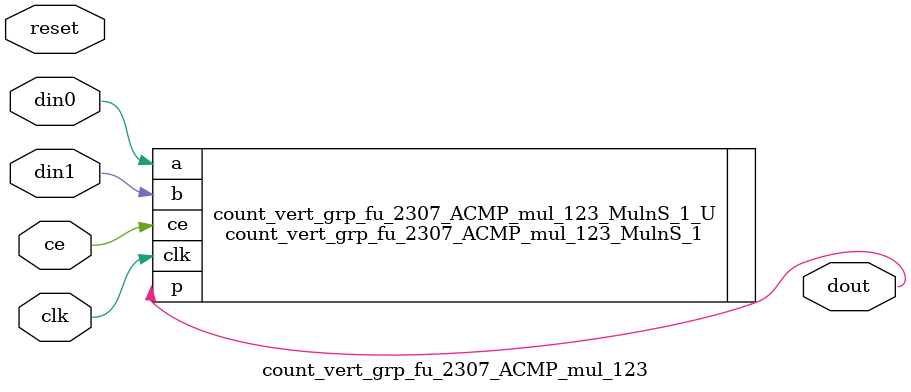
<source format=v>

`timescale 1 ns / 1 ps
module count_vert_grp_fu_2307_ACMP_mul_123(
    clk,
    reset,
    ce,
    din0,
    din1,
    dout);

parameter ID = 32'd1;
parameter NUM_STAGE = 32'd1;
parameter din0_WIDTH = 32'd1;
parameter din1_WIDTH = 32'd1;
parameter dout_WIDTH = 32'd1;
input clk;
input reset;
input ce;
input[din0_WIDTH - 1:0] din0;
input[din1_WIDTH - 1:0] din1;
output[dout_WIDTH - 1:0] dout;



count_vert_grp_fu_2307_ACMP_mul_123_MulnS_1 count_vert_grp_fu_2307_ACMP_mul_123_MulnS_1_U(
    .clk( clk ),
    .ce( ce ),
    .a( din0 ),
    .b( din1 ),
    .p( dout ));

endmodule

</source>
